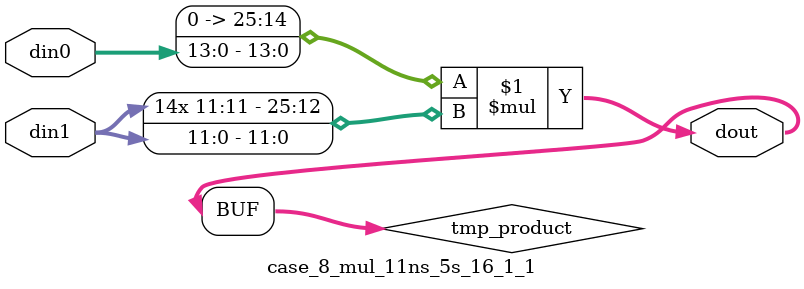
<source format=v>

`timescale 1 ns / 1 ps

 (* use_dsp = "no" *)  module case_8_mul_11ns_5s_16_1_1(din0, din1, dout);
parameter ID = 1;
parameter NUM_STAGE = 0;
parameter din0_WIDTH = 14;
parameter din1_WIDTH = 12;
parameter dout_WIDTH = 26;

input [din0_WIDTH - 1 : 0] din0; 
input [din1_WIDTH - 1 : 0] din1; 
output [dout_WIDTH - 1 : 0] dout;

wire signed [dout_WIDTH - 1 : 0] tmp_product;

























assign tmp_product = $signed({1'b0, din0}) * $signed(din1);










assign dout = tmp_product;





















endmodule

</source>
